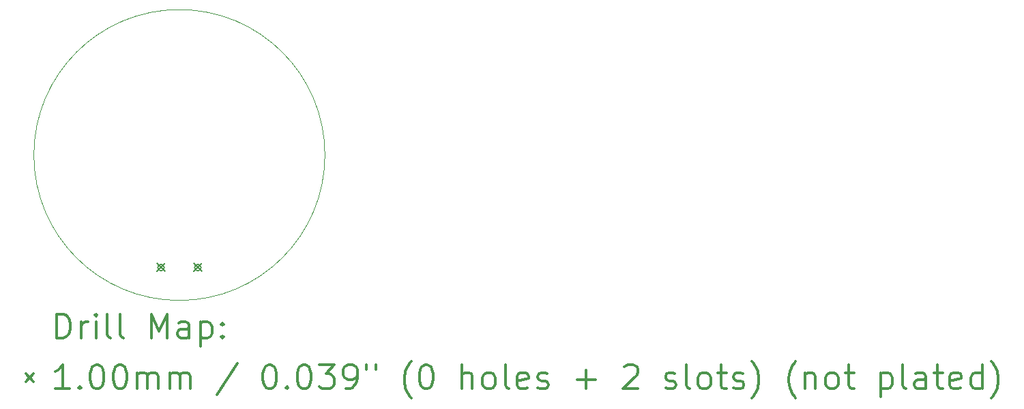
<source format=gbr>
%FSLAX45Y45*%
G04 Gerber Fmt 4.5, Leading zero omitted, Abs format (unit mm)*
G04 Created by KiCad*
%MOMM*%
%LPD*%
G01*
G04 APERTURE LIST*
%TA.AperFunction,Profile*%
%ADD10C,0.050000*%
%TD*%
%ADD11C,0.200000*%
%ADD12C,0.300000*%
G04 APERTURE END LIST*
D10*
X9426260Y-10160000D02*
G75*
G02*
X7620000Y-11966260I-1806260J0D01*
G01*
X7620000Y-11966260D02*
G75*
G02*
X5813740Y-10160000I0J1806260D01*
G01*
X5813740Y-10160000D02*
G75*
G02*
X7620000Y-8353740I1806260J0D01*
G01*
X7620000Y-8353740D02*
G75*
G02*
X9426260Y-10160000I0J-1806260D01*
G01*
D11*
X7341400Y-11507000D02*
X7441400Y-11607000D01*
X7441400Y-11507000D02*
X7341400Y-11607000D01*
X7351400Y-11557000D02*
X7351400Y-11557000D01*
X7431400Y-11557000D02*
X7431400Y-11557000D01*
X7351400Y-11557000D02*
G75*
G03*
X7431400Y-11557000I40000J0D01*
G01*
X7431400Y-11557000D02*
G75*
G03*
X7351400Y-11557000I-40000J0D01*
G01*
X7798600Y-11507000D02*
X7898600Y-11607000D01*
X7898600Y-11507000D02*
X7798600Y-11607000D01*
X7808600Y-11557000D02*
X7808600Y-11557000D01*
X7888600Y-11557000D02*
X7888600Y-11557000D01*
X7808600Y-11557000D02*
G75*
G03*
X7888600Y-11557000I40000J0D01*
G01*
X7888600Y-11557000D02*
G75*
G03*
X7808600Y-11557000I-40000J0D01*
G01*
D12*
X6097669Y-12434474D02*
X6097669Y-12134474D01*
X6169097Y-12134474D01*
X6211954Y-12148760D01*
X6240526Y-12177331D01*
X6254812Y-12205903D01*
X6269097Y-12263045D01*
X6269097Y-12305903D01*
X6254812Y-12363045D01*
X6240526Y-12391617D01*
X6211954Y-12420188D01*
X6169097Y-12434474D01*
X6097669Y-12434474D01*
X6397669Y-12434474D02*
X6397669Y-12234474D01*
X6397669Y-12291617D02*
X6411954Y-12263045D01*
X6426240Y-12248760D01*
X6454812Y-12234474D01*
X6483383Y-12234474D01*
X6583383Y-12434474D02*
X6583383Y-12234474D01*
X6583383Y-12134474D02*
X6569097Y-12148760D01*
X6583383Y-12163045D01*
X6597669Y-12148760D01*
X6583383Y-12134474D01*
X6583383Y-12163045D01*
X6769097Y-12434474D02*
X6740526Y-12420188D01*
X6726240Y-12391617D01*
X6726240Y-12134474D01*
X6926240Y-12434474D02*
X6897669Y-12420188D01*
X6883383Y-12391617D01*
X6883383Y-12134474D01*
X7269097Y-12434474D02*
X7269097Y-12134474D01*
X7369097Y-12348760D01*
X7469097Y-12134474D01*
X7469097Y-12434474D01*
X7740526Y-12434474D02*
X7740526Y-12277331D01*
X7726240Y-12248760D01*
X7697669Y-12234474D01*
X7640526Y-12234474D01*
X7611954Y-12248760D01*
X7740526Y-12420188D02*
X7711954Y-12434474D01*
X7640526Y-12434474D01*
X7611954Y-12420188D01*
X7597669Y-12391617D01*
X7597669Y-12363045D01*
X7611954Y-12334474D01*
X7640526Y-12320188D01*
X7711954Y-12320188D01*
X7740526Y-12305903D01*
X7883383Y-12234474D02*
X7883383Y-12534474D01*
X7883383Y-12248760D02*
X7911954Y-12234474D01*
X7969097Y-12234474D01*
X7997669Y-12248760D01*
X8011954Y-12263045D01*
X8026240Y-12291617D01*
X8026240Y-12377331D01*
X8011954Y-12405903D01*
X7997669Y-12420188D01*
X7969097Y-12434474D01*
X7911954Y-12434474D01*
X7883383Y-12420188D01*
X8154812Y-12405903D02*
X8169097Y-12420188D01*
X8154812Y-12434474D01*
X8140526Y-12420188D01*
X8154812Y-12405903D01*
X8154812Y-12434474D01*
X8154812Y-12248760D02*
X8169097Y-12263045D01*
X8154812Y-12277331D01*
X8140526Y-12263045D01*
X8154812Y-12248760D01*
X8154812Y-12277331D01*
X5711240Y-12878760D02*
X5811240Y-12978760D01*
X5811240Y-12878760D02*
X5711240Y-12978760D01*
X6254812Y-13064474D02*
X6083383Y-13064474D01*
X6169097Y-13064474D02*
X6169097Y-12764474D01*
X6140526Y-12807331D01*
X6111954Y-12835903D01*
X6083383Y-12850188D01*
X6383383Y-13035903D02*
X6397669Y-13050188D01*
X6383383Y-13064474D01*
X6369097Y-13050188D01*
X6383383Y-13035903D01*
X6383383Y-13064474D01*
X6583383Y-12764474D02*
X6611954Y-12764474D01*
X6640526Y-12778760D01*
X6654812Y-12793045D01*
X6669097Y-12821617D01*
X6683383Y-12878760D01*
X6683383Y-12950188D01*
X6669097Y-13007331D01*
X6654812Y-13035903D01*
X6640526Y-13050188D01*
X6611954Y-13064474D01*
X6583383Y-13064474D01*
X6554812Y-13050188D01*
X6540526Y-13035903D01*
X6526240Y-13007331D01*
X6511954Y-12950188D01*
X6511954Y-12878760D01*
X6526240Y-12821617D01*
X6540526Y-12793045D01*
X6554812Y-12778760D01*
X6583383Y-12764474D01*
X6869097Y-12764474D02*
X6897669Y-12764474D01*
X6926240Y-12778760D01*
X6940526Y-12793045D01*
X6954812Y-12821617D01*
X6969097Y-12878760D01*
X6969097Y-12950188D01*
X6954812Y-13007331D01*
X6940526Y-13035903D01*
X6926240Y-13050188D01*
X6897669Y-13064474D01*
X6869097Y-13064474D01*
X6840526Y-13050188D01*
X6826240Y-13035903D01*
X6811954Y-13007331D01*
X6797669Y-12950188D01*
X6797669Y-12878760D01*
X6811954Y-12821617D01*
X6826240Y-12793045D01*
X6840526Y-12778760D01*
X6869097Y-12764474D01*
X7097669Y-13064474D02*
X7097669Y-12864474D01*
X7097669Y-12893045D02*
X7111954Y-12878760D01*
X7140526Y-12864474D01*
X7183383Y-12864474D01*
X7211954Y-12878760D01*
X7226240Y-12907331D01*
X7226240Y-13064474D01*
X7226240Y-12907331D02*
X7240526Y-12878760D01*
X7269097Y-12864474D01*
X7311954Y-12864474D01*
X7340526Y-12878760D01*
X7354812Y-12907331D01*
X7354812Y-13064474D01*
X7497669Y-13064474D02*
X7497669Y-12864474D01*
X7497669Y-12893045D02*
X7511954Y-12878760D01*
X7540526Y-12864474D01*
X7583383Y-12864474D01*
X7611954Y-12878760D01*
X7626240Y-12907331D01*
X7626240Y-13064474D01*
X7626240Y-12907331D02*
X7640526Y-12878760D01*
X7669097Y-12864474D01*
X7711954Y-12864474D01*
X7740526Y-12878760D01*
X7754812Y-12907331D01*
X7754812Y-13064474D01*
X8340526Y-12750188D02*
X8083383Y-13135903D01*
X8726240Y-12764474D02*
X8754812Y-12764474D01*
X8783383Y-12778760D01*
X8797669Y-12793045D01*
X8811954Y-12821617D01*
X8826240Y-12878760D01*
X8826240Y-12950188D01*
X8811954Y-13007331D01*
X8797669Y-13035903D01*
X8783383Y-13050188D01*
X8754812Y-13064474D01*
X8726240Y-13064474D01*
X8697669Y-13050188D01*
X8683383Y-13035903D01*
X8669097Y-13007331D01*
X8654812Y-12950188D01*
X8654812Y-12878760D01*
X8669097Y-12821617D01*
X8683383Y-12793045D01*
X8697669Y-12778760D01*
X8726240Y-12764474D01*
X8954812Y-13035903D02*
X8969097Y-13050188D01*
X8954812Y-13064474D01*
X8940526Y-13050188D01*
X8954812Y-13035903D01*
X8954812Y-13064474D01*
X9154812Y-12764474D02*
X9183383Y-12764474D01*
X9211954Y-12778760D01*
X9226240Y-12793045D01*
X9240526Y-12821617D01*
X9254812Y-12878760D01*
X9254812Y-12950188D01*
X9240526Y-13007331D01*
X9226240Y-13035903D01*
X9211954Y-13050188D01*
X9183383Y-13064474D01*
X9154812Y-13064474D01*
X9126240Y-13050188D01*
X9111954Y-13035903D01*
X9097669Y-13007331D01*
X9083383Y-12950188D01*
X9083383Y-12878760D01*
X9097669Y-12821617D01*
X9111954Y-12793045D01*
X9126240Y-12778760D01*
X9154812Y-12764474D01*
X9354812Y-12764474D02*
X9540526Y-12764474D01*
X9440526Y-12878760D01*
X9483383Y-12878760D01*
X9511954Y-12893045D01*
X9526240Y-12907331D01*
X9540526Y-12935903D01*
X9540526Y-13007331D01*
X9526240Y-13035903D01*
X9511954Y-13050188D01*
X9483383Y-13064474D01*
X9397669Y-13064474D01*
X9369097Y-13050188D01*
X9354812Y-13035903D01*
X9683383Y-13064474D02*
X9740526Y-13064474D01*
X9769097Y-13050188D01*
X9783383Y-13035903D01*
X9811954Y-12993045D01*
X9826240Y-12935903D01*
X9826240Y-12821617D01*
X9811954Y-12793045D01*
X9797669Y-12778760D01*
X9769097Y-12764474D01*
X9711954Y-12764474D01*
X9683383Y-12778760D01*
X9669097Y-12793045D01*
X9654812Y-12821617D01*
X9654812Y-12893045D01*
X9669097Y-12921617D01*
X9683383Y-12935903D01*
X9711954Y-12950188D01*
X9769097Y-12950188D01*
X9797669Y-12935903D01*
X9811954Y-12921617D01*
X9826240Y-12893045D01*
X9940526Y-12764474D02*
X9940526Y-12821617D01*
X10054812Y-12764474D02*
X10054812Y-12821617D01*
X10497669Y-13178760D02*
X10483383Y-13164474D01*
X10454812Y-13121617D01*
X10440526Y-13093045D01*
X10426240Y-13050188D01*
X10411954Y-12978760D01*
X10411954Y-12921617D01*
X10426240Y-12850188D01*
X10440526Y-12807331D01*
X10454812Y-12778760D01*
X10483383Y-12735903D01*
X10497669Y-12721617D01*
X10669097Y-12764474D02*
X10697669Y-12764474D01*
X10726240Y-12778760D01*
X10740526Y-12793045D01*
X10754812Y-12821617D01*
X10769097Y-12878760D01*
X10769097Y-12950188D01*
X10754812Y-13007331D01*
X10740526Y-13035903D01*
X10726240Y-13050188D01*
X10697669Y-13064474D01*
X10669097Y-13064474D01*
X10640526Y-13050188D01*
X10626240Y-13035903D01*
X10611954Y-13007331D01*
X10597669Y-12950188D01*
X10597669Y-12878760D01*
X10611954Y-12821617D01*
X10626240Y-12793045D01*
X10640526Y-12778760D01*
X10669097Y-12764474D01*
X11126240Y-13064474D02*
X11126240Y-12764474D01*
X11254812Y-13064474D02*
X11254812Y-12907331D01*
X11240526Y-12878760D01*
X11211954Y-12864474D01*
X11169097Y-12864474D01*
X11140526Y-12878760D01*
X11126240Y-12893045D01*
X11440526Y-13064474D02*
X11411954Y-13050188D01*
X11397669Y-13035903D01*
X11383383Y-13007331D01*
X11383383Y-12921617D01*
X11397669Y-12893045D01*
X11411954Y-12878760D01*
X11440526Y-12864474D01*
X11483383Y-12864474D01*
X11511954Y-12878760D01*
X11526240Y-12893045D01*
X11540526Y-12921617D01*
X11540526Y-13007331D01*
X11526240Y-13035903D01*
X11511954Y-13050188D01*
X11483383Y-13064474D01*
X11440526Y-13064474D01*
X11711954Y-13064474D02*
X11683383Y-13050188D01*
X11669097Y-13021617D01*
X11669097Y-12764474D01*
X11940526Y-13050188D02*
X11911954Y-13064474D01*
X11854812Y-13064474D01*
X11826240Y-13050188D01*
X11811954Y-13021617D01*
X11811954Y-12907331D01*
X11826240Y-12878760D01*
X11854812Y-12864474D01*
X11911954Y-12864474D01*
X11940526Y-12878760D01*
X11954812Y-12907331D01*
X11954812Y-12935903D01*
X11811954Y-12964474D01*
X12069097Y-13050188D02*
X12097669Y-13064474D01*
X12154812Y-13064474D01*
X12183383Y-13050188D01*
X12197669Y-13021617D01*
X12197669Y-13007331D01*
X12183383Y-12978760D01*
X12154812Y-12964474D01*
X12111954Y-12964474D01*
X12083383Y-12950188D01*
X12069097Y-12921617D01*
X12069097Y-12907331D01*
X12083383Y-12878760D01*
X12111954Y-12864474D01*
X12154812Y-12864474D01*
X12183383Y-12878760D01*
X12554812Y-12950188D02*
X12783383Y-12950188D01*
X12669097Y-13064474D02*
X12669097Y-12835903D01*
X13140526Y-12793045D02*
X13154812Y-12778760D01*
X13183383Y-12764474D01*
X13254812Y-12764474D01*
X13283383Y-12778760D01*
X13297669Y-12793045D01*
X13311954Y-12821617D01*
X13311954Y-12850188D01*
X13297669Y-12893045D01*
X13126240Y-13064474D01*
X13311954Y-13064474D01*
X13654812Y-13050188D02*
X13683383Y-13064474D01*
X13740526Y-13064474D01*
X13769097Y-13050188D01*
X13783383Y-13021617D01*
X13783383Y-13007331D01*
X13769097Y-12978760D01*
X13740526Y-12964474D01*
X13697669Y-12964474D01*
X13669097Y-12950188D01*
X13654812Y-12921617D01*
X13654812Y-12907331D01*
X13669097Y-12878760D01*
X13697669Y-12864474D01*
X13740526Y-12864474D01*
X13769097Y-12878760D01*
X13954812Y-13064474D02*
X13926240Y-13050188D01*
X13911954Y-13021617D01*
X13911954Y-12764474D01*
X14111954Y-13064474D02*
X14083383Y-13050188D01*
X14069097Y-13035903D01*
X14054812Y-13007331D01*
X14054812Y-12921617D01*
X14069097Y-12893045D01*
X14083383Y-12878760D01*
X14111954Y-12864474D01*
X14154812Y-12864474D01*
X14183383Y-12878760D01*
X14197669Y-12893045D01*
X14211954Y-12921617D01*
X14211954Y-13007331D01*
X14197669Y-13035903D01*
X14183383Y-13050188D01*
X14154812Y-13064474D01*
X14111954Y-13064474D01*
X14297669Y-12864474D02*
X14411954Y-12864474D01*
X14340526Y-12764474D02*
X14340526Y-13021617D01*
X14354812Y-13050188D01*
X14383383Y-13064474D01*
X14411954Y-13064474D01*
X14497669Y-13050188D02*
X14526240Y-13064474D01*
X14583383Y-13064474D01*
X14611954Y-13050188D01*
X14626240Y-13021617D01*
X14626240Y-13007331D01*
X14611954Y-12978760D01*
X14583383Y-12964474D01*
X14540526Y-12964474D01*
X14511954Y-12950188D01*
X14497669Y-12921617D01*
X14497669Y-12907331D01*
X14511954Y-12878760D01*
X14540526Y-12864474D01*
X14583383Y-12864474D01*
X14611954Y-12878760D01*
X14726240Y-13178760D02*
X14740526Y-13164474D01*
X14769097Y-13121617D01*
X14783383Y-13093045D01*
X14797669Y-13050188D01*
X14811954Y-12978760D01*
X14811954Y-12921617D01*
X14797669Y-12850188D01*
X14783383Y-12807331D01*
X14769097Y-12778760D01*
X14740526Y-12735903D01*
X14726240Y-12721617D01*
X15269097Y-13178760D02*
X15254812Y-13164474D01*
X15226240Y-13121617D01*
X15211954Y-13093045D01*
X15197669Y-13050188D01*
X15183383Y-12978760D01*
X15183383Y-12921617D01*
X15197669Y-12850188D01*
X15211954Y-12807331D01*
X15226240Y-12778760D01*
X15254812Y-12735903D01*
X15269097Y-12721617D01*
X15383383Y-12864474D02*
X15383383Y-13064474D01*
X15383383Y-12893045D02*
X15397669Y-12878760D01*
X15426240Y-12864474D01*
X15469097Y-12864474D01*
X15497669Y-12878760D01*
X15511954Y-12907331D01*
X15511954Y-13064474D01*
X15697669Y-13064474D02*
X15669097Y-13050188D01*
X15654812Y-13035903D01*
X15640526Y-13007331D01*
X15640526Y-12921617D01*
X15654812Y-12893045D01*
X15669097Y-12878760D01*
X15697669Y-12864474D01*
X15740526Y-12864474D01*
X15769097Y-12878760D01*
X15783383Y-12893045D01*
X15797669Y-12921617D01*
X15797669Y-13007331D01*
X15783383Y-13035903D01*
X15769097Y-13050188D01*
X15740526Y-13064474D01*
X15697669Y-13064474D01*
X15883383Y-12864474D02*
X15997669Y-12864474D01*
X15926240Y-12764474D02*
X15926240Y-13021617D01*
X15940526Y-13050188D01*
X15969097Y-13064474D01*
X15997669Y-13064474D01*
X16326240Y-12864474D02*
X16326240Y-13164474D01*
X16326240Y-12878760D02*
X16354812Y-12864474D01*
X16411954Y-12864474D01*
X16440526Y-12878760D01*
X16454812Y-12893045D01*
X16469097Y-12921617D01*
X16469097Y-13007331D01*
X16454812Y-13035903D01*
X16440526Y-13050188D01*
X16411954Y-13064474D01*
X16354812Y-13064474D01*
X16326240Y-13050188D01*
X16640526Y-13064474D02*
X16611954Y-13050188D01*
X16597669Y-13021617D01*
X16597669Y-12764474D01*
X16883383Y-13064474D02*
X16883383Y-12907331D01*
X16869097Y-12878760D01*
X16840526Y-12864474D01*
X16783383Y-12864474D01*
X16754812Y-12878760D01*
X16883383Y-13050188D02*
X16854812Y-13064474D01*
X16783383Y-13064474D01*
X16754812Y-13050188D01*
X16740526Y-13021617D01*
X16740526Y-12993045D01*
X16754812Y-12964474D01*
X16783383Y-12950188D01*
X16854812Y-12950188D01*
X16883383Y-12935903D01*
X16983383Y-12864474D02*
X17097669Y-12864474D01*
X17026240Y-12764474D02*
X17026240Y-13021617D01*
X17040526Y-13050188D01*
X17069097Y-13064474D01*
X17097669Y-13064474D01*
X17311954Y-13050188D02*
X17283383Y-13064474D01*
X17226240Y-13064474D01*
X17197669Y-13050188D01*
X17183383Y-13021617D01*
X17183383Y-12907331D01*
X17197669Y-12878760D01*
X17226240Y-12864474D01*
X17283383Y-12864474D01*
X17311954Y-12878760D01*
X17326240Y-12907331D01*
X17326240Y-12935903D01*
X17183383Y-12964474D01*
X17583383Y-13064474D02*
X17583383Y-12764474D01*
X17583383Y-13050188D02*
X17554812Y-13064474D01*
X17497669Y-13064474D01*
X17469097Y-13050188D01*
X17454812Y-13035903D01*
X17440526Y-13007331D01*
X17440526Y-12921617D01*
X17454812Y-12893045D01*
X17469097Y-12878760D01*
X17497669Y-12864474D01*
X17554812Y-12864474D01*
X17583383Y-12878760D01*
X17697669Y-13178760D02*
X17711954Y-13164474D01*
X17740526Y-13121617D01*
X17754812Y-13093045D01*
X17769097Y-13050188D01*
X17783383Y-12978760D01*
X17783383Y-12921617D01*
X17769097Y-12850188D01*
X17754812Y-12807331D01*
X17740526Y-12778760D01*
X17711954Y-12735903D01*
X17697669Y-12721617D01*
M02*

</source>
